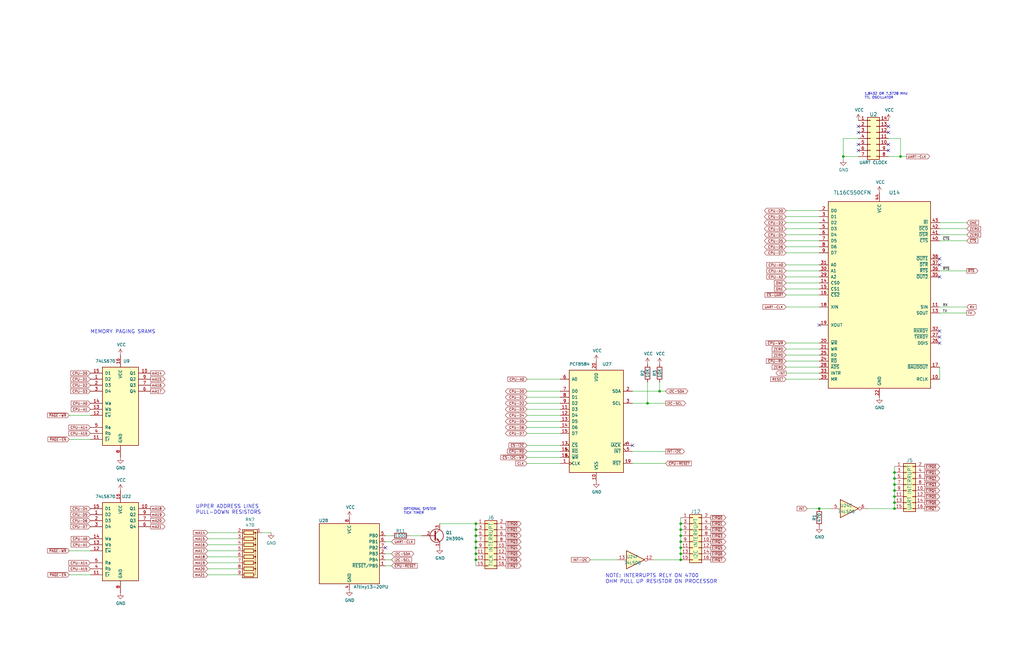
<source format=kicad_sch>
(kicad_sch (version 20211123) (generator eeschema)
  (paper "B")
  (lib_symbols
    (symbol "74xx:74LS06" (pin_names (offset 1.016))
      (property "Reference" "U" (at 0 1.27 0))
      (property "Value" "74LS06" (at 0 -1.27 0))
      (symbol "74LS06_1_0"
        (polyline (pts (xy -3.81 3.81) (xy -3.81 -3.81) (xy 3.81 0) (xy -3.81 3.81)) (stroke (width 0.254)) (fill (type background)))
        (pin input line (at -7.62 0 0) (length 3.81) (name "~") (number "1"))
        (pin open_collector inverted (at 7.62 0 180) (length 3.81) (name "~") (number "2"))
      )
      (symbol "74LS06_2_0"
        (polyline (pts (xy -3.81 3.81) (xy -3.81 -3.81) (xy 3.81 0) (xy -3.81 3.81)) (stroke (width 0.254)) (fill (type background)))
        (pin input line (at -7.62 0 0) (length 3.81) (name "~") (number "3"))
        (pin open_collector inverted (at 7.62 0 180) (length 3.81) (name "~") (number "4"))
      )
      (symbol "74LS06_3_0"
        (polyline (pts (xy -3.81 3.81) (xy -3.81 -3.81) (xy 3.81 0) (xy -3.81 3.81)) (stroke (width 0.254)) (fill (type background)))
        (pin input line (at -7.62 0 0) (length 3.81) (name "~") (number "5"))
        (pin open_collector inverted (at 7.62 0 180) (length 3.81) (name "~") (number "6"))
      )
      (symbol "74LS06_4_0"
        (polyline (pts (xy -3.81 3.81) (xy -3.81 -3.81) (xy 3.81 0) (xy -3.81 3.81)) (stroke (width 0.254)) (fill (type background)))
        (pin open_collector inverted (at 7.62 0 180) (length 3.81) (name "~") (number "8"))
        (pin input line (at -7.62 0 0) (length 3.81) (name "~") (number "9"))
      )
      (symbol "74LS06_5_0"
        (polyline (pts (xy -3.81 3.81) (xy -3.81 -3.81) (xy 3.81 0) (xy -3.81 3.81)) (stroke (width 0.254)) (fill (type background)))
        (pin open_collector inverted (at 7.62 0 180) (length 3.81) (name "~") (number "10"))
        (pin input line (at -7.62 0 0) (length 3.81) (name "~") (number "11"))
      )
      (symbol "74LS06_6_0"
        (polyline (pts (xy -3.81 3.81) (xy -3.81 -3.81) (xy 3.81 0) (xy -3.81 3.81)) (stroke (width 0.254)) (fill (type background)))
        (pin open_collector inverted (at 7.62 0 180) (length 3.81) (name "~") (number "12"))
        (pin input line (at -7.62 0 0) (length 3.81) (name "~") (number "13"))
      )
      (symbol "74LS06_7_0"
        (pin power_in line (at 0 12.7 270) (length 5.08) (name "VCC") (number "14"))
        (pin power_in line (at 0 -12.7 90) (length 5.08) (name "GND") (number "7"))
      )
      (symbol "74LS06_7_1"
        (rectangle (start -5.08 7.62) (end 5.08 -7.62) (stroke (width 0.254)) (fill (type background)))
      )
    )
    (symbol "74xx:74LS670" (pin_names (offset 1.016))
      (property "Reference" "U" (at -7.62 16.51 0))
      (property "Value" "74LS670" (at -7.62 -19.05 0))
      (symbol "74LS670_1_0"
        (pin input line (at -12.7 10.16 0) (length 5.08) (name "D2") (number "1"))
        (pin tri_state line (at 12.7 12.7 180) (length 5.08) (name "Q1") (number "10"))
        (pin input line (at -12.7 -15.24 0) (length 5.08) (name "~{Er}") (number "11"))
        (pin input line (at -12.7 -5.08 0) (length 5.08) (name "~{Ew}") (number "12"))
        (pin input line (at -12.7 -2.54 0) (length 5.08) (name "Wb") (number "13"))
        (pin input line (at -12.7 0 0) (length 5.08) (name "Wa") (number "14"))
        (pin input line (at -12.7 12.7 0) (length 5.08) (name "D1") (number "15"))
        (pin power_in line (at 0 20.32 270) (length 5.08) (name "VCC") (number "16"))
        (pin input line (at -12.7 7.62 0) (length 5.08) (name "D3") (number "2"))
        (pin input line (at -12.7 5.08 0) (length 5.08) (name "D4") (number "3"))
        (pin input line (at -12.7 -12.7 0) (length 5.08) (name "Rb") (number "4"))
        (pin input line (at -12.7 -10.16 0) (length 5.08) (name "Ra") (number "5"))
        (pin tri_state line (at 12.7 5.08 180) (length 5.08) (name "Q4") (number "6"))
        (pin tri_state line (at 12.7 7.62 180) (length 5.08) (name "Q3") (number "7"))
        (pin power_in line (at 0 -22.86 90) (length 5.08) (name "GND") (number "8"))
        (pin tri_state line (at 12.7 10.16 180) (length 5.08) (name "Q2") (number "9"))
      )
      (symbol "74LS670_1_1"
        (rectangle (start -7.62 15.24) (end 7.62 -17.78) (stroke (width 0.254)) (fill (type background)))
      )
    )
    (symbol "Connector_Generic:Conn_02x07_Counter_Clockwise" (pin_names (offset 1.016) hide)
      (property "Reference" "J" (at 1.27 10.16 0))
      (property "Value" "Conn_02x07_Counter_Clockwise" (at 1.27 -10.16 0))
      (symbol "Conn_02x07_Counter_Clockwise_1_1"
        (rectangle (start -1.27 -7.493) (end 0 -7.747) (stroke (width 0.1524)))
        (rectangle (start -1.27 -4.953) (end 0 -5.207) (stroke (width 0.1524)))
        (rectangle (start -1.27 -2.413) (end 0 -2.667) (stroke (width 0.1524)))
        (rectangle (start -1.27 0.127) (end 0 -0.127) (stroke (width 0.1524)))
        (rectangle (start -1.27 2.667) (end 0 2.413) (stroke (width 0.1524)))
        (rectangle (start -1.27 5.207) (end 0 4.953) (stroke (width 0.1524)))
        (rectangle (start -1.27 7.747) (end 0 7.493) (stroke (width 0.1524)))
        (rectangle (start -1.27 8.89) (end 3.81 -8.89) (stroke (width 0.254)) (fill (type background)))
        (rectangle (start 3.81 -7.493) (end 2.54 -7.747) (stroke (width 0.1524)))
        (rectangle (start 3.81 -4.953) (end 2.54 -5.207) (stroke (width 0.1524)))
        (rectangle (start 3.81 -2.413) (end 2.54 -2.667) (stroke (width 0.1524)))
        (rectangle (start 3.81 0.127) (end 2.54 -0.127) (stroke (width 0.1524)))
        (rectangle (start 3.81 2.667) (end 2.54 2.413) (stroke (width 0.1524)))
        (rectangle (start 3.81 5.207) (end 2.54 4.953) (stroke (width 0.1524)))
        (rectangle (start 3.81 7.747) (end 2.54 7.493) (stroke (width 0.1524)))
        (pin passive line (at -5.08 7.62 0) (length 3.81) (name "Pin_1") (number "1"))
        (pin passive line (at 7.62 -2.54 180) (length 3.81) (name "Pin_10") (number "10"))
        (pin passive line (at 7.62 0 180) (length 3.81) (name "Pin_11") (number "11"))
        (pin passive line (at 7.62 2.54 180) (length 3.81) (name "Pin_12") (number "12"))
        (pin passive line (at 7.62 5.08 180) (length 3.81) (name "Pin_13") (number "13"))
        (pin passive line (at 7.62 7.62 180) (length 3.81) (name "Pin_14") (number "14"))
        (pin passive line (at -5.08 5.08 0) (length 3.81) (name "Pin_2") (number "2"))
        (pin passive line (at -5.08 2.54 0) (length 3.81) (name "Pin_3") (number "3"))
        (pin passive line (at -5.08 0 0) (length 3.81) (name "Pin_4") (number "4"))
        (pin passive line (at -5.08 -2.54 0) (length 3.81) (name "Pin_5") (number "5"))
        (pin passive line (at -5.08 -5.08 0) (length 3.81) (name "Pin_6") (number "6"))
        (pin passive line (at -5.08 -7.62 0) (length 3.81) (name "Pin_7") (number "7"))
        (pin passive line (at 7.62 -7.62 180) (length 3.81) (name "Pin_8") (number "8"))
        (pin passive line (at 7.62 -5.08 180) (length 3.81) (name "Pin_9") (number "9"))
      )
    )
    (symbol "Connector_Generic:Conn_02x08_Odd_Even" (pin_names (offset 1.016) hide)
      (property "Reference" "J" (at 1.27 10.16 0))
      (property "Value" "Conn_02x08_Odd_Even" (at 1.27 -12.7 0))
      (symbol "Conn_02x08_Odd_Even_1_1"
        (rectangle (start -1.27 -10.033) (end 0 -10.287) (stroke (width 0.1524)))
        (rectangle (start -1.27 -7.493) (end 0 -7.747) (stroke (width 0.1524)))
        (rectangle (start -1.27 -4.953) (end 0 -5.207) (stroke (width 0.1524)))
        (rectangle (start -1.27 -2.413) (end 0 -2.667) (stroke (width 0.1524)))
        (rectangle (start -1.27 0.127) (end 0 -0.127) (stroke (width 0.1524)))
        (rectangle (start -1.27 2.667) (end 0 2.413) (stroke (width 0.1524)))
        (rectangle (start -1.27 5.207) (end 0 4.953) (stroke (width 0.1524)))
        (rectangle (start -1.27 7.747) (end 0 7.493) (stroke (width 0.1524)))
        (rectangle (start -1.27 8.89) (end 3.81 -11.43) (stroke (width 0.254)) (fill (type background)))
        (rectangle (start 3.81 -10.033) (end 2.54 -10.287) (stroke (width 0.1524)))
        (rectangle (start 3.81 -7.493) (end 2.54 -7.747) (stroke (width 0.1524)))
        (rectangle (start 3.81 -4.953) (end 2.54 -5.207) (stroke (width 0.1524)))
        (rectangle (start 3.81 -2.413) (end 2.54 -2.667) (stroke (width 0.1524)))
        (rectangle (start 3.81 0.127) (end 2.54 -0.127) (stroke (width 0.1524)))
        (rectangle (start 3.81 2.667) (end 2.54 2.413) (stroke (width 0.1524)))
        (rectangle (start 3.81 5.207) (end 2.54 4.953) (stroke (width 0.1524)))
        (rectangle (start 3.81 7.747) (end 2.54 7.493) (stroke (width 0.1524)))
        (pin passive line (at -5.08 7.62 0) (length 3.81) (name "Pin_1") (number "1"))
        (pin passive line (at 7.62 -2.54 180) (length 3.81) (name "Pin_10") (number "10"))
        (pin passive line (at -5.08 -5.08 0) (length 3.81) (name "Pin_11") (number "11"))
        (pin passive line (at 7.62 -5.08 180) (length 3.81) (name "Pin_12") (number "12"))
        (pin passive line (at -5.08 -7.62 0) (length 3.81) (name "Pin_13") (number "13"))
        (pin passive line (at 7.62 -7.62 180) (length 3.81) (name "Pin_14") (number "14"))
        (pin passive line (at -5.08 -10.16 0) (length 3.81) (name "Pin_15") (number "15"))
        (pin passive line (at 7.62 -10.16 180) (length 3.81) (name "Pin_16") (number "16"))
        (pin passive line (at 7.62 7.62 180) (length 3.81) (name "Pin_2") (number "2"))
        (pin passive line (at -5.08 5.08 0) (length 3.81) (name "Pin_3") (number "3"))
        (pin passive line (at 7.62 5.08 180) (length 3.81) (name "Pin_4") (number "4"))
        (pin passive line (at -5.08 2.54 0) (length 3.81) (name "Pin_5") (number "5"))
        (pin passive line (at 7.62 2.54 180) (length 3.81) (name "Pin_6") (number "6"))
        (pin passive line (at -5.08 0 0) (length 3.81) (name "Pin_7") (number "7"))
        (pin passive line (at 7.62 0 180) (length 3.81) (name "Pin_8") (number "8"))
        (pin passive line (at -5.08 -2.54 0) (length 3.81) (name "Pin_9") (number "9"))
      )
    )
    (symbol "Device:R" (pin_numbers hide) (pin_names (offset 0))
      (property "Reference" "R" (at 2.032 0 90))
      (property "Value" "R" (at 0 0 90))
      (symbol "R_0_1"
        (rectangle (start -1.016 -2.54) (end 1.016 2.54) (stroke (width 0.254)))
      )
      (symbol "R_1_1"
        (pin passive line (at 0 3.81 270) (length 1.27) (name "~") (number "1"))
        (pin passive line (at 0 -3.81 90) (length 1.27) (name "~") (number "2"))
      )
    )
    (symbol "Device:R_Network08" (pin_names (offset 0) hide)
      (property "Reference" "RN" (at -12.7 0 90))
      (property "Value" "R_Network08" (at 10.16 0 90))
      (symbol "R_Network08_0_1"
        (rectangle (start -11.43 -3.175) (end 8.89 3.175) (stroke (width 0.254)) (fill (type background)))
        (rectangle (start -10.922 1.524) (end -9.398 -2.54) (stroke (width 0.254)))
        (circle (center -10.16 2.286) (radius 0.254) (fill (type outline)))
        (rectangle (start -8.382 1.524) (end -6.858 -2.54) (stroke (width 0.254)))
        (circle (center -7.62 2.286) (radius 0.254) (fill (type outline)))
        (rectangle (start -5.842 1.524) (end -4.318 -2.54) (stroke (width 0.254)))
        (circle (center -5.08 2.286) (radius 0.254) (fill (type outline)))
        (rectangle (start -3.302 1.524) (end -1.778 -2.54) (stroke (width 0.254)))
        (circle (center -2.54 2.286) (radius 0.254) (fill (type outline)))
        (rectangle (start -0.762 1.524) (end 0.762 -2.54) (stroke (width 0.254)))
        (polyline (pts (xy -10.16 -2.54) (xy -10.16 -3.81)))
        (polyline (pts (xy -7.62 -2.54) (xy -7.62 -3.81)))
        (polyline (pts (xy -5.08 -2.54) (xy -5.08 -3.81)))
        (polyline (pts (xy -2.54 -2.54) (xy -2.54 -3.81)))
        (polyline (pts (xy 0 -2.54) (xy 0 -3.81)))
        (polyline (pts (xy 2.54 -2.54) (xy 2.54 -3.81)))
        (polyline (pts (xy 5.08 -2.54) (xy 5.08 -3.81)))
        (polyline (pts (xy 7.62 -2.54) (xy 7.62 -3.81)))
        (polyline (pts (xy -10.16 1.524) (xy -10.16 2.286) (xy -7.62 2.286) (xy -7.62 1.524)))
        (polyline (pts (xy -7.62 1.524) (xy -7.62 2.286) (xy -5.08 2.286) (xy -5.08 1.524)))
        (polyline (pts (xy -5.08 1.524) (xy -5.08 2.286) (xy -2.54 2.286) (xy -2.54 1.524)))
        (polyline (pts (xy -2.54 1.524) (xy -2.54 2.286) (xy 0 2.286) (xy 0 1.524)))
        (polyline (pts (xy 0 1.524) (xy 0 2.286) (xy 2.54 2.286) (xy 2.54 1.524)))
        (polyline (pts (xy 2.54 1.524) (xy 2.54 2.286) (xy 5.08 2.286) (xy 5.08 1.524)))
        (polyline (pts (xy 5.08 1.524) (xy 5.08 2.286) (xy 7.62 2.286) (xy 7.62 1.524)))
        (circle (center 0 2.286) (radius 0.254) (fill (type outline)))
        (rectangle (start 1.778 1.524) (end 3.302 -2.54) (stroke (width 0.254)))
        (circle (center 2.54 2.286) (radius 0.254) (fill (type outline)))
        (rectangle (start 4.318 1.524) (end 5.842 -2.54) (stroke (width 0.254)))
        (circle (center 5.08 2.286) (radius 0.254) (fill (type outline)))
        (rectangle (start 6.858 1.524) (end 8.382 -2.54) (stroke (width 0.254)))
      )
      (symbol "R_Network08_1_1"
        (pin passive line (at -10.16 5.08 270) (length 2.54) (name "common") (number "1"))
        (pin passive line (at -10.16 -5.08 90) (length 1.27) (name "R1") (number "2"))
        (pin passive line (at -7.62 -5.08 90) (length 1.27) (name "R2") (number "3"))
        (pin passive line (at -5.08 -5.08 90) (length 1.27) (name "R3") (number "4"))
        (pin passive line (at -2.54 -5.08 90) (length 1.27) (name "R4") (number "5"))
        (pin passive line (at 0 -5.08 90) (length 1.27) (name "R5") (number "6"))
        (pin passive line (at 2.54 -5.08 90) (length 1.27) (name "R6") (number "7"))
        (pin passive line (at 5.08 -5.08 90) (length 1.27) (name "R7") (number "8"))
        (pin passive line (at 7.62 -5.08 90) (length 1.27) (name "R8") (number "9"))
      )
    )
    (symbol "Interface_Expansion:PCF8584" (pin_names (offset 1.016))
      (property "Reference" "U" (at -11.43 22.86 0))
      (property "Value" "PCF8584" (at 3.81 22.86 0))
      (symbol "PCF8584_0_1"
        (rectangle (start -11.43 -21.59) (end 11.43 21.59) (stroke (width 0.254)) (fill (type background)))
      )
      (symbol "PCF8584_1_1"
        (pin input clock (at -15.24 -17.78 0) (length 3.81) (name "CLK") (number "1"))
        (pin power_in line (at 0 -25.4 90) (length 3.81) (name "VSS") (number "10"))
        (pin tri_state line (at -15.24 5.08 0) (length 3.81) (name "D3") (number "11"))
        (pin tri_state line (at -15.24 2.54 0) (length 3.81) (name "D4") (number "12"))
        (pin tri_state line (at -15.24 0 0) (length 3.81) (name "D5") (number "13"))
        (pin tri_state line (at -15.24 -2.54 0) (length 3.81) (name "D6") (number "14"))
        (pin tri_state line (at -15.24 -5.08 0) (length 3.81) (name "D7") (number "15"))
        (pin passive input_low (at -15.24 -12.7 0) (length 3.81) (name "~{RD}") (number "16"))
        (pin input input_low (at -15.24 -10.16 0) (length 3.81) (name "~{CS}") (number "17"))
        (pin input input_low (at -15.24 -15.24 0) (length 3.81) (name "~{WR}") (number "18"))
        (pin bidirectional line (at 15.24 -17.78 180) (length 3.81) (name "~{RST}") (number "19"))
        (pin bidirectional line (at 15.24 12.7 180) (length 3.81) (name "SDA") (number "2"))
        (pin power_in line (at 0 25.4 270) (length 3.81) (name "VDD") (number "20"))
        (pin bidirectional line (at 15.24 7.62 180) (length 3.81) (name "SCL") (number "3"))
        (pin input input_low (at 15.24 -10.16 180) (length 3.81) (name "~{IACK}") (number "4"))
        (pin output output_low (at 15.24 -12.7 180) (length 3.81) (name "~{INT}") (number "5"))
        (pin input line (at -15.24 17.78 0) (length 3.81) (name "A0") (number "6"))
        (pin tri_state line (at -15.24 12.7 0) (length 3.81) (name "D0") (number "7"))
        (pin tri_state line (at -15.24 10.16 0) (length 3.81) (name "D1") (number "8"))
        (pin tri_state line (at -15.24 7.62 0) (length 3.81) (name "D2") (number "9"))
      )
    )
    (symbol "MCU_Microchip_ATtiny:ATtiny13-20P"
      (property "Reference" "U" (at -12.7 13.97 0))
      (property "Value" "ATtiny13-20P" (at 2.54 -13.97 0))
      (symbol "ATtiny13-20P_0_1"
        (rectangle (start -12.7 -12.7) (end 12.7 12.7) (stroke (width 0.254)) (fill (type background)))
      )
      (symbol "ATtiny13-20P_1_1"
        (pin bidirectional line (at 15.24 -5.08 180) (length 2.54) (name "~{RESET}/PB5") (number "1"))
        (pin bidirectional line (at 15.24 0 180) (length 2.54) (name "PB3") (number "2"))
        (pin bidirectional line (at 15.24 -2.54 180) (length 2.54) (name "PB4") (number "3"))
        (pin power_in line (at 0 -15.24 90) (length 2.54) (name "GND") (number "4"))
        (pin bidirectional line (at 15.24 7.62 180) (length 2.54) (name "PB0") (number "5"))
        (pin bidirectional line (at 15.24 5.08 180) (length 2.54) (name "PB1") (number "6"))
        (pin bidirectional line (at 15.24 2.54 180) (length 2.54) (name "PB2") (number "7"))
        (pin power_in line (at 0 15.24 270) (length 2.54) (name "VCC") (number "8"))
      )
    )
    (symbol "TL16C550CFN:TL16C550CFN-Interface_UART" (pin_names (offset 1.016))
      (property "Reference" "U14" (at 6.35 43.18 0))
      (property "Value" "TL16C550CFN-Interface_UART" (at -11.43 43.18 0))
      (symbol "TL16C550CFN-Interface_UART_1_1"
        (rectangle (start -21.59 -39.37) (end 21.59 39.37) (stroke (width 0.254)) (fill (type background)))
        (pin no_connect line (at -13.97 -44.45 90) (length 5.08) hide (name "nc") (number "1"))
        (pin input line (at 25.4 -35.56 180) (length 3.81) (name "RCLK") (number "10"))
        (pin input line (at 25.4 -5.08 180) (length 3.81) (name "SIN") (number "11"))
        (pin no_connect line (at -11.43 -44.45 90) (length 5.08) hide (name "nc") (number "12"))
        (pin output line (at 25.4 -7.62 180) (length 3.81) (name "SOUT") (number "13"))
        (pin input line (at -25.4 5.08 0) (length 3.81) (name "CS0") (number "14"))
        (pin input line (at -25.4 2.54 0) (length 3.81) (name "CS1") (number "15"))
        (pin input line (at -25.4 0 0) (length 3.81) (name "~{CS2}") (number "16"))
        (pin output line (at 25.4 -30.48 180) (length 3.81) (name "~{BAUDOUT}") (number "17"))
        (pin input line (at -25.4 -5.08 0) (length 3.81) (name "XIN") (number "18"))
        (pin output line (at -25.4 -12.7 0) (length 3.81) (name "XOUT") (number "19"))
        (pin bidirectional line (at -25.4 35.56 0) (length 3.81) (name "D0") (number "2"))
        (pin input line (at -25.4 -20.32 0) (length 3.81) (name "~{WR}") (number "20"))
        (pin input line (at -25.4 -22.86 0) (length 3.81) (name "WR") (number "21"))
        (pin power_in line (at 0 -43.18 90) (length 3.81) (name "GND") (number "22"))
        (pin no_connect line (at -8.89 -44.45 90) (length 5.08) hide (name "nc") (number "23"))
        (pin input line (at -25.4 -27.94 0) (length 3.81) (name "~{RD}") (number "24"))
        (pin input line (at -25.4 -25.4 0) (length 3.81) (name "RD") (number "25"))
        (pin output line (at 25.4 -20.32 180) (length 3.81) (name "DDIS") (number "26"))
        (pin output line (at 25.4 -17.78 180) (length 3.81) (name "~{TXRDY}") (number "27"))
        (pin input line (at -25.4 -30.48 0) (length 3.81) (name "~{ADS}") (number "28"))
        (pin input line (at -25.4 7.62 0) (length 3.81) (name "A2") (number "29"))
        (pin bidirectional line (at -25.4 33.02 0) (length 3.81) (name "D1") (number "3"))
        (pin input line (at -25.4 10.16 0) (length 3.81) (name "A1") (number "30"))
        (pin input line (at -25.4 12.7 0) (length 3.81) (name "A0") (number "31"))
        (pin output line (at 25.4 -15.24 180) (length 3.81) (name "~{RXRDY}") (number "32"))
        (pin output line (at -25.4 -33.02 0) (length 3.81) (name "INTR") (number "33"))
        (pin no_connect line (at -6.35 -44.45 90) (length 5.08) hide (name "nc") (number "34"))
        (pin output line (at 25.4 7.62 180) (length 3.81) (name "~{OUT2}") (number "35"))
        (pin output line (at 25.4 10.16 180) (length 3.81) (name "~{RTS}") (number "36"))
        (pin output line (at 25.4 12.7 180) (length 3.81) (name "~{DTR}") (number "37"))
        (pin output line (at 25.4 15.24 180) (length 3.81) (name "~{OUT1}") (number "38"))
        (pin input line (at -25.4 -35.56 0) (length 3.81) (name "MR") (number "39"))
        (pin bidirectional line (at -25.4 30.48 0) (length 3.81) (name "D2") (number "4"))
        (pin input line (at 25.4 22.86 180) (length 3.81) (name "~{CTS}") (number "40"))
        (pin input line (at 25.4 25.4 180) (length 3.81) (name "~{DSR}") (number "41"))
        (pin input line (at 25.4 27.94 180) (length 3.81) (name "~{DCD}") (number "42"))
        (pin input line (at 25.4 30.48 180) (length 3.81) (name "~{RI}") (number "43"))
        (pin power_in line (at 0 43.18 270) (length 3.81) (name "VCC") (number "44"))
        (pin bidirectional line (at -25.4 27.94 0) (length 3.81) (name "D3") (number "5"))
        (pin bidirectional line (at -25.4 25.4 0) (length 3.81) (name "D4") (number "6"))
        (pin bidirectional line (at -25.4 22.86 0) (length 3.81) (name "D5") (number "7"))
        (pin bidirectional line (at -25.4 20.32 0) (length 3.81) (name "D6") (number "8"))
        (pin bidirectional line (at -25.4 17.78 0) (length 3.81) (name "D7") (number "9"))
      )
    )
    (symbol "Transistor_BJT:2N3904" (pin_names (offset 0) hide)
      (property "Reference" "Q" (at 5.08 1.905 0))
      (property "Value" "2N3904" (at 5.08 0 0))
      (symbol "2N3904_0_1"
        (polyline (pts (xy 0.635 0.635) (xy 2.54 2.54)))
        (polyline (pts (xy 0.635 -0.635) (xy 2.54 -2.54) (xy 2.54 -2.54)))
        (polyline (pts (xy 0.635 1.905) (xy 0.635 -1.905) (xy 0.635 -1.905)) (stroke (width 0.508)))
        (polyline (pts (xy 1.27 -1.778) (xy 1.778 -1.27) (xy 2.286 -2.286) (xy 1.27 -1.778) (xy 1.27 -1.778)) (fill (type outline)))
        (circle (center 1.27 0) (radius 2.8194) (stroke (width 0.254)))
      )
      (symbol "2N3904_1_1"
        (pin passive line (at 2.54 -5.08 90) (length 2.54) (name "E") (number "1"))
        (pin passive line (at -5.08 0 0) (length 5.715) (name "B") (number "2"))
        (pin passive line (at 2.54 5.08 270) (length 2.54) (name "C") (number "3"))
      )
    )
    (symbol "power:GND" (power) (pin_names (offset 0))
      (property "Value" "GND" (at 0 -3.81 0))
      (symbol "GND_0_1"
        (polyline (pts (xy 0 0) (xy 0 -1.27) (xy 1.27 -1.27) (xy 0 -2.54) (xy -1.27 -1.27) (xy 0 -1.27)))
      )
      (symbol "GND_1_1"
        (pin power_in line (at 0 0 270) (length 0) hide (name "GND") (number "1"))
      )
    )
    (symbol "power:VCC" (power) (pin_names (offset 0))
      (property "Value" "VCC" (at 0 3.81 0))
      (symbol "VCC_0_1"
        (polyline (pts (xy -0.762 1.27) (xy 0 2.54)))
        (polyline (pts (xy 0 0) (xy 0 2.54)))
        (polyline (pts (xy 0 2.54) (xy 0.762 1.27)))
      )
      (symbol "VCC_1_1"
        (pin power_in line (at 0 0 90) (length 0) hide (name "VCC") (number "1"))
      )
    )
  )
  (junction (at 200.66 220.98))
  (junction (at 287.02 231.14))
  (junction (at 377.19 204.47))
  (junction (at 377.19 209.55))
  (junction (at 287.02 226.06))
  (junction (at 200.66 231.14))
  (junction (at 377.19 212.09))
  (junction (at 278.13 165.1))
  (junction (at 200.66 233.68))
  (junction (at 200.66 226.06))
  (junction (at 200.66 236.22))
  (junction (at 273.05 170.18))
  (junction (at 355.6 66.04))
  (junction (at 287.02 236.22))
  (junction (at 287.02 228.6))
  (junction (at 345.44 214.63))
  (junction (at 377.19 207.01))
  (junction (at 287.02 223.52))
  (junction (at 287.02 220.98))
  (junction (at 377.19 201.93))
  (junction (at 377.19 199.39))
  (junction (at 200.66 228.6))
  (junction (at 287.02 233.68))
  (junction (at 379.73 66.04))
  (junction (at 377.19 214.63))
  (junction (at 200.66 223.52))
  (no_connect (at 374.65 55.88))
  (no_connect (at 266.7 187.96))
  (no_connect (at 361.95 60.96))
  (no_connect (at 396.24 111.76))
  (no_connect (at 396.24 109.22))
  (no_connect (at 374.65 63.5))
  (no_connect (at 345.44 137.16))
  (no_connect (at 162.56 231.14))
  (no_connect (at 361.95 63.5))
  (no_connect (at 396.24 116.84))
  (no_connect (at 396.24 144.78))
  (no_connect (at 361.95 55.88))
  (no_connect (at 374.65 60.96))
  (no_connect (at 374.65 53.34))
  (no_connect (at 396.24 142.24))
  (no_connect (at 361.95 53.34))
  (no_connect (at 396.24 139.7))
  (wire (pts (xy 345.44 154.94) (xy 331.47 154.94)))
  (wire (pts (xy 355.6 58.42) (xy 355.6 66.04)))
  (wire (pts (xy 377.19 212.09) (xy 377.19 209.55)))
  (wire (pts (xy 200.66 228.6) (xy 200.66 226.06)))
  (wire (pts (xy 200.66 231.14) (xy 200.66 228.6)))
  (wire (pts (xy 331.47 91.44) (xy 345.44 91.44)))
  (wire (pts (xy 200.66 223.52) (xy 200.66 220.98)))
  (wire (pts (xy 87.63 224.79) (xy 100.33 224.79)))
  (wire (pts (xy 287.02 226.06) (xy 287.02 223.52)))
  (wire (pts (xy 361.95 58.42) (xy 355.6 58.42)))
  (wire (pts (xy 407.67 101.6) (xy 396.24 101.6)))
  (wire (pts (xy 396.24 99.06) (xy 407.67 99.06)))
  (wire (pts (xy 407.67 132.08) (xy 396.24 132.08)))
  (wire (pts (xy 355.6 67.31) (xy 355.6 66.04)))
  (wire (pts (xy 287.02 231.14) (xy 287.02 228.6)))
  (wire (pts (xy 377.19 204.47) (xy 377.19 201.93)))
  (wire (pts (xy 236.22 190.5) (xy 222.25 190.5)))
  (wire (pts (xy 172.72 226.06) (xy 177.8 226.06)))
  (wire (pts (xy 200.66 233.68) (xy 200.66 231.14)))
  (wire (pts (xy 162.56 226.06) (xy 165.1 226.06)))
  (wire (pts (xy 331.47 104.14) (xy 345.44 104.14)))
  (wire (pts (xy 287.02 236.22) (xy 287.02 233.68)))
  (wire (pts (xy 236.22 193.04) (xy 222.25 193.04)))
  (wire (pts (xy 345.44 149.86) (xy 331.47 149.86)))
  (wire (pts (xy 273.05 161.29) (xy 273.05 170.18)))
  (wire (pts (xy 162.56 233.68) (xy 165.1 233.68)))
  (wire (pts (xy 350.52 214.63) (xy 345.44 214.63)))
  (wire (pts (xy 379.73 66.04) (xy 382.27 66.04)))
  (wire (pts (xy 377.19 199.39) (xy 377.19 196.85)))
  (wire (pts (xy 87.63 227.33) (xy 100.33 227.33)))
  (wire (pts (xy 29.21 185.42) (xy 38.1 185.42)))
  (wire (pts (xy 29.21 175.26) (xy 38.1 175.26)))
  (wire (pts (xy 87.63 237.49) (xy 100.33 237.49)))
  (wire (pts (xy 287.02 220.98) (xy 287.02 218.44)))
  (wire (pts (xy 236.22 187.96) (xy 222.25 187.96)))
  (wire (pts (xy 407.67 114.3) (xy 396.24 114.3)))
  (wire (pts (xy 355.6 66.04) (xy 361.95 66.04)))
  (wire (pts (xy 345.44 124.46) (xy 331.47 124.46)))
  (wire (pts (xy 222.25 172.72) (xy 236.22 172.72)))
  (wire (pts (xy 345.44 116.84) (xy 331.47 116.84)))
  (wire (pts (xy 379.73 58.42) (xy 379.73 66.04)))
  (wire (pts (xy 345.44 160.02) (xy 331.47 160.02)))
  (wire (pts (xy 331.47 96.52) (xy 345.44 96.52)))
  (wire (pts (xy 87.63 232.41) (xy 100.33 232.41)))
  (wire (pts (xy 345.44 147.32) (xy 331.47 147.32)))
  (wire (pts (xy 345.44 119.38) (xy 331.47 119.38)))
  (wire (pts (xy 331.47 93.98) (xy 345.44 93.98)))
  (wire (pts (xy 345.44 144.78) (xy 331.47 144.78)))
  (wire (pts (xy 266.7 165.1) (xy 278.13 165.1)))
  (wire (pts (xy 396.24 93.98) (xy 407.67 93.98)))
  (wire (pts (xy 266.7 170.18) (xy 273.05 170.18)))
  (wire (pts (xy 287.02 228.6) (xy 287.02 226.06)))
  (wire (pts (xy 377.19 209.55) (xy 377.19 207.01)))
  (wire (pts (xy 287.02 233.68) (xy 287.02 231.14)))
  (wire (pts (xy 280.67 195.58) (xy 266.7 195.58)))
  (wire (pts (xy 87.63 234.95) (xy 100.33 234.95)))
  (wire (pts (xy 331.47 88.9) (xy 345.44 88.9)))
  (wire (pts (xy 222.25 180.34) (xy 236.22 180.34)))
  (wire (pts (xy 200.66 238.76) (xy 200.66 236.22)))
  (wire (pts (xy 379.73 66.04) (xy 374.65 66.04)))
  (wire (pts (xy 162.56 236.22) (xy 165.1 236.22)))
  (wire (pts (xy 222.25 165.1) (xy 236.22 165.1)))
  (wire (pts (xy 377.19 207.01) (xy 377.19 204.47)))
  (wire (pts (xy 273.05 170.18) (xy 280.67 170.18)))
  (wire (pts (xy 345.44 121.92) (xy 331.47 121.92)))
  (wire (pts (xy 287.02 223.52) (xy 287.02 220.98)))
  (wire (pts (xy 374.65 58.42) (xy 379.73 58.42)))
  (wire (pts (xy 396.24 96.52) (xy 407.67 96.52)))
  (wire (pts (xy 185.42 220.98) (xy 200.66 220.98)))
  (wire (pts (xy 331.47 157.48) (xy 345.44 157.48)))
  (wire (pts (xy 222.25 167.64) (xy 236.22 167.64)))
  (wire (pts (xy 110.49 224.79) (xy 114.3 224.79)))
  (wire (pts (xy 222.25 175.26) (xy 236.22 175.26)))
  (wire (pts (xy 260.35 236.22) (xy 248.92 236.22)))
  (wire (pts (xy 87.63 242.57) (xy 100.33 242.57)))
  (wire (pts (xy 200.66 226.06) (xy 200.66 223.52)))
  (wire (pts (xy 280.67 190.5) (xy 266.7 190.5)))
  (wire (pts (xy 275.59 236.22) (xy 287.02 236.22)))
  (wire (pts (xy 345.44 114.3) (xy 331.47 114.3)))
  (wire (pts (xy 278.13 161.29) (xy 278.13 165.1)))
  (wire (pts (xy 162.56 238.76) (xy 165.1 238.76)))
  (wire (pts (xy 200.66 236.22) (xy 200.66 233.68)))
  (wire (pts (xy 331.47 99.06) (xy 345.44 99.06)))
  (wire (pts (xy 365.76 214.63) (xy 377.19 214.63)))
  (wire (pts (xy 222.25 182.88) (xy 236.22 182.88)))
  (wire (pts (xy 345.44 152.4) (xy 331.47 152.4)))
  (wire (pts (xy 29.21 232.41) (xy 38.1 232.41)))
  (wire (pts (xy 29.21 242.57) (xy 38.1 242.57)))
  (wire (pts (xy 87.63 240.03) (xy 100.33 240.03)))
  (wire (pts (xy 345.44 129.54) (xy 331.47 129.54)))
  (wire (pts (xy 236.22 195.58) (xy 222.25 195.58)))
  (wire (pts (xy 222.25 177.8) (xy 236.22 177.8)))
  (wire (pts (xy 331.47 106.68) (xy 345.44 106.68)))
  (wire (pts (xy 331.47 101.6) (xy 345.44 101.6)))
  (wire (pts (xy 162.56 228.6) (xy 165.1 228.6)))
  (wire (pts (xy 377.19 214.63) (xy 377.19 212.09)))
  (wire (pts (xy 278.13 165.1) (xy 280.67 165.1)))
  (wire (pts (xy 407.67 129.54) (xy 396.24 129.54)))
  (wire (pts (xy 345.44 214.63) (xy 340.36 214.63)))
  (wire (pts (xy 396.24 160.02) (xy 396.24 154.94)))
  (wire (pts (xy 222.25 170.18) (xy 236.22 170.18)))
  (wire (pts (xy 236.22 160.02) (xy 222.25 160.02)))
  (wire (pts (xy 87.63 229.87) (xy 100.33 229.87)))
  (wire (pts (xy 345.44 111.76) (xy 331.47 111.76)))
  (wire (pts (xy 377.19 201.93) (xy 377.19 199.39)))
  (text "UPPER ADDRESS LINES \nPULL-DOWN RESISTORS" (at 82.55 217.17 0) (effects (font (size 1.524 1.524)) (justify left bottom)))
  (text "MEMORY PAGING SRAMS" (at 38.1 140.97 0) (effects (font (size 1.524 1.524)) (justify left bottom)))
  (text "OPTIONAL SYSTEM\nTICK TIMER" (at 170.18 217.17 0) (effects (font (size 1.016 1.016)) (justify left bottom)))
  (text "1.8432 OR 7.3728 MHz\nTTL OSCILLATOR" (at 364.49 41.91 0) (effects (font (size 1.016 1.016)) (justify left bottom)))
  (text "NOTE: INTERRUPTS RELY ON 4700 \nOHM PULL UP RESISTOR ON PROCESSOR" (at 255.27 246.38 0) (effects (font (size 1.524 1.524)) (justify left bottom)))
  (label "~{CTS}" (at 397.51 101.6 0) (effects (font (size 1.016 1.016))))
  (label "RX" (at 397.51 129.54 0) (effects (font (size 1.016 1.016))))
  (label "~{RTS}" (at 397.51 114.3 0) (effects (font (size 1.016 1.016))))
  (label "TX" (at 397.51 132.08 0) (effects (font (size 1.016 1.016))))
  (global_label "~{EIRQ7}" (shape output) (at 299.72 236.22 0) (effects (font (size 1.016 1.016))) (property "Intersheet References" "${INTERSHEET_REFS}" (effects hide)))
  (global_label "~{EIRQ1}" (shape output) (at 389.89 199.39 0) (effects (font (size 1.016 1.016))) (property "Intersheet References" "${INTERSHEET_REFS}" (effects hide)))
  (global_label "~{EIRQ0}" (shape output) (at 389.89 196.85 0) (effects (font (size 1.016 1.016))) (property "Intersheet References" "${INTERSHEET_REFS}" (effects hide)))
  (global_label "~{EIRQ1}" (shape output) (at 299.72 220.98 0) (effects (font (size 1.016 1.016))) (property "Intersheet References" "${INTERSHEET_REFS}" (effects hide)))
  (global_label "mA18" (shape output) (at 63.5 214.63 0) (effects (font (size 1.016 1.016))) (property "Intersheet References" "${INTERSHEET_REFS}" (effects hide)))
  (global_label "~{EIRQ6}" (shape output) (at 213.36 236.22 0) (effects (font (size 1.016 1.016))) (property "Intersheet References" "${INTERSHEET_REFS}" (effects hide)))
  (global_label "mA21" (shape output) (at 63.5 222.25 0) (effects (font (size 1.016 1.016))) (property "Intersheet References" "${INTERSHEET_REFS}" (effects hide)))
  (global_label "CPU-D5" (shape bidirectional) (at 222.25 177.8 180) (effects (font (size 1.016 1.016))) (property "Intersheet References" "${INTERSHEET_REFS}" (effects hide)))
  (global_label "~{EIRQ2}" (shape output) (at 299.72 223.52 0) (effects (font (size 1.016 1.016))) (property "Intersheet References" "${INTERSHEET_REFS}" (effects hide)))
  (global_label "~{CTS}" (shape input) (at 407.67 101.6 0) (effects (font (size 1.016 1.016))) (property "Intersheet References" "${INTERSHEET_REFS}" (effects hide)))
  (global_label "CPU-D5" (shape input) (at 38.1 217.17 180) (effects (font (size 1.016 1.016))) (property "Intersheet References" "${INTERSHEET_REFS}" (effects hide)))
  (global_label "~{CPU-RESET}" (shape input) (at 280.67 195.58 0) (effects (font (size 1.016 1.016))) (property "Intersheet References" "${INTERSHEET_REFS}" (effects hide)))
  (global_label "CPU-D3" (shape bidirectional) (at 331.47 96.52 180) (effects (font (size 1.016 1.016))) (property "Intersheet References" "${INTERSHEET_REFS}" (effects hide)))
  (global_label "CPU-A1" (shape input) (at 38.1 229.87 180) (effects (font (size 1.016 1.016))) (property "Intersheet References" "${INTERSHEET_REFS}" (effects hide)))
  (global_label "CPU-A0" (shape input) (at 38.1 227.33 180) (effects (font (size 1.016 1.016))) (property "Intersheet References" "${INTERSHEET_REFS}" (effects hide)))
  (global_label "CPU-D6" (shape bidirectional) (at 222.25 180.34 180) (effects (font (size 1.016 1.016))) (property "Intersheet References" "${INTERSHEET_REFS}" (effects hide)))
  (global_label "ZERO" (shape input) (at 331.47 154.94 180) (effects (font (size 1.016 1.016))) (property "Intersheet References" "${INTERSHEET_REFS}" (effects hide)))
  (global_label "mA20" (shape input) (at 87.63 240.03 180) (effects (font (size 1.016 1.016))) (property "Intersheet References" "${INTERSHEET_REFS}" (effects hide)))
  (global_label "CPU-A1" (shape input) (at 331.47 114.3 180) (effects (font (size 1.016 1.016))) (property "Intersheet References" "${INTERSHEET_REFS}" (effects hide)))
  (global_label "I2C-SDA" (shape bidirectional) (at 165.1 233.68 0) (effects (font (size 1.016 1.016))) (property "Intersheet References" "${INTERSHEET_REFS}" (effects hide)))
  (global_label "ONE" (shape input) (at 331.47 119.38 180) (effects (font (size 1.016 1.016))) (property "Intersheet References" "${INTERSHEET_REFS}" (effects hide)))
  (global_label "~{EIRQ5}" (shape output) (at 213.36 233.68 0) (effects (font (size 1.016 1.016))) (property "Intersheet References" "${INTERSHEET_REFS}" (effects hide)))
  (global_label "ZERO" (shape input) (at 407.67 96.52 0) (effects (font (size 1.016 1.016))) (property "Intersheet References" "${INTERSHEET_REFS}" (effects hide)))
  (global_label "INT" (shape output) (at 331.47 157.48 180) (effects (font (size 1.016 1.016))) (property "Intersheet References" "${INTERSHEET_REFS}" (effects hide)))
  (global_label "mA17" (shape output) (at 63.5 165.1 0) (effects (font (size 1.016 1.016))) (property "Intersheet References" "${INTERSHEET_REFS}" (effects hide)))
  (global_label "CPU-A1" (shape input) (at 38.1 172.72 180) (effects (font (size 1.016 1.016))) (property "Intersheet References" "${INTERSHEET_REFS}" (effects hide)))
  (global_label "~{RTS}" (shape output) (at 407.67 114.3 0) (effects (font (size 1.016 1.016))) (property "Intersheet References" "${INTERSHEET_REFS}" (effects hide)))
  (global_label "ZERO" (shape input) (at 331.47 149.86 180) (effects (font (size 1.016 1.016))) (property "Intersheet References" "${INTERSHEET_REFS}" (effects hide)))
  (global_label "mA15" (shape output) (at 63.5 160.02 0) (effects (font (size 1.016 1.016))) (property "Intersheet References" "${INTERSHEET_REFS}" (effects hide)))
  (global_label "ZERO" (shape input) (at 331.47 147.32 180) (effects (font (size 1.016 1.016))) (property "Intersheet References" "${INTERSHEET_REFS}" (effects hide)))
  (global_label "CPU-D4" (shape input) (at 38.1 214.63 180) (effects (font (size 1.016 1.016))) (property "Intersheet References" "${INTERSHEET_REFS}" (effects hide)))
  (global_label "~{EIRQ2}" (shape output) (at 213.36 226.06 0) (effects (font (size 1.016 1.016))) (property "Intersheet References" "${INTERSHEET_REFS}" (effects hide)))
  (global_label "mA14" (shape output) (at 63.5 157.48 0) (effects (font (size 1.016 1.016))) (property "Intersheet References" "${INTERSHEET_REFS}" (effects hide)))
  (global_label "mA14" (shape input) (at 87.63 224.79 180) (effects (font (size 1.016 1.016))) (property "Intersheet References" "${INTERSHEET_REFS}" (effects hide)))
  (global_label "~{EIRQ4}" (shape output) (at 213.36 231.14 0) (effects (font (size 1.016 1.016))) (property "Intersheet References" "${INTERSHEET_REFS}" (effects hide)))
  (global_label "INT" (shape input) (at 340.36 214.63 180) (effects (font (size 1.016 1.016))) (property "Intersheet References" "${INTERSHEET_REFS}" (effects hide)))
  (global_label "CPU-A15" (shape input) (at 38.1 240.03 180) (effects (font (size 1.016 1.016))) (property "Intersheet References" "${INTERSHEET_REFS}" (effects hide)))
  (global_label "~{CPU-RD}" (shape input) (at 331.47 152.4 180) (effects (font (size 1.016 1.016))) (property "Intersheet References" "${INTERSHEET_REFS}" (effects hide)))
  (global_label "CPU-D2" (shape bidirectional) (at 222.25 170.18 180) (effects (font (size 1.016 1.016))) (property "Intersheet References" "${INTERSHEET_REFS}" (effects hide)))
  (global_label "~{PAGE-WR}" (shape input) (at 29.21 232.41 180) (effects (font (size 1.016 1.016))) (property "Intersheet References" "${INTERSHEET_REFS}" (effects hide)))
  (global_label "CPU-D4" (shape bidirectional) (at 331.47 99.06 180) (effects (font (size 1.016 1.016))) (property "Intersheet References" "${INTERSHEET_REFS}" (effects hide)))
  (global_label "~{EIRQ1}" (shape output) (at 213.36 223.52 0) (effects (font (size 1.016 1.016))) (property "Intersheet References" "${INTERSHEET_REFS}" (effects hide)))
  (global_label "CPU-D2" (shape bidirectional) (at 331.47 93.98 180) (effects (font (size 1.016 1.016))) (property "Intersheet References" "${INTERSHEET_REFS}" (effects hide)))
  (global_label "~{EIRQ2}" (shape output) (at 389.89 201.93 0) (effects (font (size 1.016 1.016))) (property "Intersheet References" "${INTERSHEET_REFS}" (effects hide)))
  (global_label "~{PAGE-WR}" (shape input) (at 29.21 175.26 180) (effects (font (size 1.016 1.016))) (property "Intersheet References" "${INTERSHEET_REFS}" (effects hide)))
  (global_label "mA19" (shape input) (at 87.63 237.49 180) (effects (font (size 1.016 1.016))) (property "Intersheet References" "${INTERSHEET_REFS}" (effects hide)))
  (global_label "CPU-D2" (shape input) (at 38.1 162.56 180) (effects (font (size 1.016 1.016))) (property "Intersheet References" "${INTERSHEET_REFS}" (effects hide)))
  (global_label "~{EIRQ0}" (shape output) (at 299.72 218.44 0) (effects (font (size 1.016 1.016))) (property "Intersheet References" "${INTERSHEET_REFS}" (effects hide)))
  (global_label "CPU-A0" (shape input) (at 38.1 170.18 180) (effects (font (size 1.016 1.016))) (property "Intersheet References" "${INTERSHEET_REFS}" (effects hide)))
  (global_label "CPU-A0" (shape input) (at 331.47 111.76 180) (effects (font (size 1.016 1.016))) (property "Intersheet References" "${INTERSHEET_REFS}" (effects hide)))
  (global_label "ONE" (shape input) (at 331.47 121.92 180) (effects (font (size 1.016 1.016))) (property "Intersheet References" "${INTERSHEET_REFS}" (effects hide)))
  (global_label "CPU-A2" (shape input) (at 331.47 116.84 180) (effects (font (size 1.016 1.016))) (property "Intersheet References" "${INTERSHEET_REFS}" (effects hide)))
  (global_label "CPU-D7" (shape bidirectional) (at 222.25 182.88 180) (effects (font (size 1.016 1.016))) (property "Intersheet References" "${INTERSHEET_REFS}" (effects hide)))
  (global_label "mA17" (shape input) (at 87.63 232.41 180) (effects (font (size 1.016 1.016))) (property "Intersheet References" "${INTERSHEET_REFS}" (effects hide)))
  (global_label "CPU-D3" (shape bidirectional) (at 222.25 172.72 180) (effects (font (size 1.016 1.016))) (property "Intersheet References" "${INTERSHEET_REFS}" (effects hide)))
  (global_label "~{EIRQ6}" (shape output) (at 299.72 233.68 0) (effects (font (size 1.016 1.016))) (property "Intersheet References" "${INTERSHEET_REFS}" (effects hide)))
  (global_label "RESET" (shape input) (at 331.47 160.02 180) (effects (font (size 1.016 1.016))) (property "Intersheet References" "${INTERSHEET_REFS}" (effects hide)))
  (global_label "CPU-D0" (shape input) (at 38.1 157.48 180) (effects (font (size 1.016 1.016))) (property "Intersheet References" "${INTERSHEET_REFS}" (effects hide)))
  (global_label "CPU-D6" (shape bidirectional) (at 331.47 104.14 180) (effects (font (size 1.016 1.016))) (property "Intersheet References" "${INTERSHEET_REFS}" (effects hide)))
  (global_label "mA16" (shape input) (at 87.63 229.87 180) (effects (font (size 1.016 1.016))) (property "Intersheet References" "${INTERSHEET_REFS}" (effects hide)))
  (global_label "INT-I2C" (shape input) (at 248.92 236.22 180) (effects (font (size 1.016 1.016))) (property "Intersheet References" "${INTERSHEET_REFS}" (effects hide)))
  (global_label "CPU-A14" (shape input) (at 38.1 237.49 180) (effects (font (size 1.016 1.016))) (property "Intersheet References" "${INTERSHEET_REFS}" (effects hide)))
  (global_label "~{EIRQ5}" (shape output) (at 299.72 231.14 0) (effects (font (size 1.016 1.016))) (property "Intersheet References" "${INTERSHEET_REFS}" (effects hide)))
  (global_label "~{EIRQ7}" (shape output) (at 389.89 214.63 0) (effects (font (size 1.016 1.016))) (property "Intersheet References" "${INTERSHEET_REFS}" (effects hide)))
  (global_label "I2C-SDA" (shape bidirectional) (at 280.67 165.1 0) (effects (font (size 1.016 1.016))) (property "Intersheet References" "${INTERSHEET_REFS}" (effects hide)))
  (global_label "CPU-A0" (shape input) (at 222.25 160.02 180) (effects (font (size 1.016 1.016))) (property "Intersheet References" "${INTERSHEET_REFS}" (effects hide)))
  (global_label "CPU-D7" (shape input) (at 38.1 222.25 180) (effects (font (size 1.016 1.016))) (property "Intersheet References" "${INTERSHEET_REFS}" (effects hide)))
  (global_label "~{CPU-RD}" (shape input) (at 222.25 190.5 180) (effects (font (size 1.016 1.016))) (property "Intersheet References" "${INTERSHEET_REFS}" (effects hide)))
  (global_label "~{EIRQ3}" (shape output) (at 213.36 228.6 0) (effects (font (size 1.016 1.016))) (property "Intersheet References" "${INTERSHEET_REFS}" (effects hide)))
  (global_label "UART-CLK" (shape input) (at 331.47 129.54 180) (effects (font (size 1.016 1.016))) (property "Intersheet References" "${INTERSHEET_REFS}" (effects hide)))
  (global_label "~{INT-I2C}" (shape output) (at 280.67 190.5 0) (effects (font (size 1.016 1.016))) (property "Intersheet References" "${INTERSHEET_REFS}" (effects hide)))
  (global_label "~{EIRQ3}" (shape output) (at 299.72 226.06 0) (effects (font (size 1.016 1.016))) (property "Intersheet References" "${INTERSHEET_REFS}" (effects hide)))
  (global_label "~{PAGE-EN}" (shape input) (at 29.21 185.42 180) (effects (font (size 1.016 1.016))) (property "Intersheet References" "${INTERSHEET_REFS}" (effects hide)))
  (global_label "~{CPU-WR}" (shape input) (at 331.47 144.78 180) (effects (font (size 1.016 1.016))) (property "Intersheet References" "${INTERSHEET_REFS}" (effects hide)))
  (global_label "~{PAGE-EN}" (shape input) (at 29.21 242.57 180) (effects (font (size 1.016 1.016))) (property "Intersheet References" "${INTERSHEET_REFS}" (effects hide)))
  (global_label "ONE" (shape input) (at 407.67 93.98 0) (effects (font (size 1.016 1.016))) (property "Intersheet References" "${INTERSHEET_REFS}" (effects hide)))
  (global_label "mA20" (shape output) (at 63.5 219.71 0) (effects (font (size 1.016 1.016))) (property "Intersheet References" "${INTERSHEET_REFS}" (effects hide)))
  (global_label "UART-CLK" (shape input) (at 165.1 228.6 0) (effects (font (size 1.016 1.016))) (property "Intersheet References" "${INTERSHEET_REFS}" (effects hide)))
  (global_label "CPU-D4" (shape bidirectional) (at 222.25 175.26 180) (effects (font (size 1.016 1.016))) (property "Intersheet References" "${INTERSHEET_REFS}" (effects hide)))
  (global_label "CPU-D0" (shape bidirectional) (at 222.25 165.1 180) (effects (font (size 1.016 1.016))) (property "Intersheet References" "${INTERSHEET_REFS}" (effects hide)))
  (global_label "mA21" (shape input) (at 87.63 242.57 180) (effects (font (size 1.016 1.016))) (property "Intersheet References" "${INTERSHEET_REFS}" (effects hide)))
  (global_label "TX" (shape output) (at 407.67 132.08 0) (effects (font (size 1.016 1.016))) (property "Intersheet References" "${INTERSHEET_REFS}" (effects hide)))
  (global_label "~{EIRQ4}" (shape output) (at 299.72 228.6 0) (effects (font (size 1.016 1.016))) (property "Intersheet References" "${INTERSHEET_REFS}" (effects hide)))
  (global_label "CPU-D0" (shape bidirectional) (at 331.47 88.9 180) (effects (font (size 1.016 1.016))) (property "Intersheet References" "${INTERSHEET_REFS}" (effects hide)))
  (global_label "CPU-D1" (shape bidirectional) (at 222.25 167.64 180) (effects (font (size 1.016 1.016))) (property "Intersheet References" "${INTERSHEET_REFS}" (effects hide)))
  (global_label "~{EIRQ7}" (shape output) (at 213.36 238.76 0) (effects (font (size 1.016 1.016))) (property "Intersheet References" "${INTERSHEET_REFS}" (effects hide)))
  (global_label "mA18" (shape input) (at 87.63 234.95 180) (effects (font (size 1.016 1.016))) (property "Intersheet References" "${INTERSHEET_REFS}" (effects hide)))
  (global_label "UART-CLK" (shape output) (at 382.27 66.04 0) (effects (font (size 1.016 1.016))) (property "Intersheet References" "${INTERSHEET_REFS}" (effects hide)))
  (global_label "~{CS-UART}" (shape input) (at 331.47 124.46 180) (effects (font (size 1.016 1.016))) (property "Intersheet References" "${INTERSHEET_REFS}" (effects hide)))
  (global_label "CPU-D1" (shape input) (at 38.1 160.02 180) (effects (font (size 1.016 1.016))) (property "Intersheet References" "${INTERSHEET_REFS}" (effects hide)))
  (global_label "ZERO" (shape input) (at 407.67 99.06 0) (effects (font (size 1.016 1.016))) (property "Intersheet References" "${INTERSHEET_REFS}" (effects hide)))
  (global_label "~{CPU-RESET}" (shape input) (at 165.1 238.76 0) (effects (font (size 1.016 1.016))) (property "Intersheet References" "${INTERSHEET_REFS}" (effects hide)))
  (global_label "I2C-SCL" (shape output) (at 280.67 170.18 0) (effects (font (size 1.016 1.016))) (property "Intersheet References" "${INTERSHEET_REFS}" (effects hide)))
  (global_label "CLK" (shape input) (at 222.25 195.58 180) (effects (font (size 1.016 1.016))) (property "Intersheet References" "${INTERSHEET_REFS}" (effects hide)))
  (global_label "I2C-SCL" (shape input) (at 165.1 236.22 0) (effects (font (size 1.016 1.016))) (property "Intersheet References" "${INTERSHEET_REFS}" (effects hide)))
  (global_label "CPU-D5" (shape bidirectional) (at 331.47 101.6 180) (effects (font (size 1.016 1.016))) (property "Intersheet References" "${INTERSHEET_REFS}" (effects hide)))
  (global_label "CPU-A15" (shape input) (at 38.1 182.88 180) (effects (font (size 1.016 1.016))) (property "Intersheet References" "${INTERSHEET_REFS}" (effects hide)))
  (global_label "~{CS-I2C-WR}" (shape input) (at 222.25 193.04 180) (effects (font (size 1.016 1.016))) (property "Intersheet References" "${INTERSHEET_REFS}" (effects hide)))
  (global_label "mA16" (shape output) (at 63.5 162.56 0) (effects (font (size 1.016 1.016))) (property "Intersheet References" "${INTERSHEET_REFS}" (effects hide)))
  (global_label "~{EIRQ0}" (shape output) (at 213.36 220.98 0) (effects (font (size 1.016 1.016))) (property "Intersheet References" "${INTERSHEET_REFS}" (effects hide)))
  (global_label "~{EIRQ6}" (shape output) (at 389.89 212.09 0) (effects (font (size 1.016 1.016))) (property "Intersheet References" "${INTERSHEET_REFS}" (effects hide)))
  (global_label "CPU-D7" (shape bidirectional) (at 331.47 106.68 180) (effects (font (size 1.016 1.016))) (property "Intersheet References" "${INTERSHEET_REFS}" (effects hide)))
  (global_label "mA15" (shape input) (at 87.63 227.33 180) (effects (font (size 1.016 1.016))) (property "Intersheet References" "${INTERSHEET_REFS}" (effects hide)))
  (global_label "CPU-D3" (shape input) (at 38.1 165.1 180) (effects (font (size 1.016 1.016))) (property "Intersheet References" "${INTERSHEET_REFS}" (effects hide)))
  (global_label "CPU-D1" (shape bidirectional) (at 331.47 91.44 180) (effects (font (size 1.016 1.016))) (property "Intersheet References" "${INTERSHEET_REFS}" (effects hide)))
  (global_label "RX" (shape input) (at 407.67 129.54 0) (effects (font (size 1.016 1.016))) (property "Intersheet References" "${INTERSHEET_REFS}" (effects hide)))
  (global_label "CPU-D6" (shape input) (at 38.1 219.71 180) (effects (font (size 1.016 1.016))) (property "Intersheet References" "${INTERSHEET_REFS}" (effects hide)))
  (global_label "~{CS-I2C}" (shape input) (at 222.25 187.96 180) (effects (font (size 1.016 1.016))) (property "Intersheet References" "${INTERSHEET_REFS}" (effects hide)))
  (global_label "~{EIRQ5}" (shape output) (at 389.89 209.55 0) (effects (font (size 1.016 1.016))) (property "Intersheet References" "${INTERSHEET_REFS}" (effects hide)))
  (global_label "mA19" (shape output) (at 63.5 217.17 0) (effects (font (size 1.016 1.016))) (property "Intersheet References" "${INTERSHEET_REFS}" (effects hide)))
  (global_label "~{EIRQ3}" (shape output) (at 389.89 204.47 0) (effects (font (size 1.016 1.016))) (property "Intersheet References" "${INTERSHEET_REFS}" (effects hide)))
  (global_label "~{EIRQ4}" (shape output) (at 389.89 207.01 0) (effects (font (size 1.016 1.016))) (property "Intersheet References" "${INTERSHEET_REFS}" (effects hide)))
  (global_label "CPU-A14" (shape input) (at 38.1 180.34 180) (effects (font (size 1.016 1.016))) (property "Intersheet References" "${INTERSHEET_REFS}" (effects hide)))
  (symbol (lib_id "power:GND") (at 114.3 224.79 0) (unit 1)
    (property "Reference" "#PWR0161" (effects hide))
    (property "Value" "GND" (at 114.427 229.1842 0))
  )
  (symbol (lib_id "74xx:74LS670") (at 50.8 170.18 0) (unit 1)
    (property "Reference" "U9" (at 53.34 152.4 0))
    (property "Value" "74LS670" (at 44.45 152.4 0))
    (property "Footprint" "Package_DIP:DIP-16_W7.62mm" (effects hide))
    (property "Datasheet" "http://www.ti.com/lit/gpn/sn74LS670" (effects hide))
  )
  (symbol (lib_id "74xx:74LS670") (at 50.8 227.33 0) (unit 1)
    (property "Reference" "U22" (at 53.34 209.55 0))
    (property "Value" "74LS670" (at 44.45 209.55 0))
    (property "Footprint" "Package_DIP:DIP-16_W7.62mm" (effects hide))
    (property "Datasheet" "http://www.ti.com/lit/gpn/sn74LS670" (effects hide))
  )
  (symbol (lib_id "power:VCC") (at 50.8 149.86 0) (unit 1)
    (property "Reference" "#PWR08" (effects hide))
    (property "Value" "VCC" (at 51.181 145.4658 0))
  )
  (symbol (lib_id "power:GND") (at 50.8 193.04 0) (unit 1)
    (property "Reference" "#PWR0160" (effects hide))
    (property "Value" "GND" (at 50.927 197.4342 0))
  )
  (symbol (lib_id "power:GND") (at 50.8 250.19 0) (unit 1)
    (property "Reference" "#PWR019" (effects hide))
    (property "Value" "GND" (at 50.927 254.5842 0))
  )
  (symbol (lib_id "power:VCC") (at 50.8 207.01 0) (unit 1)
    (property "Reference" "#PWR0162" (effects hide))
    (property "Value" "VCC" (at 51.181 202.6158 0))
  )
  (symbol (lib_id "Device:R_Network08") (at 105.41 234.95 270) (unit 1)
    (property "Reference" "RN7" (at 105.41 219.2782 90))
    (property "Value" "470" (at 105.41 221.5896 90))
    (property "Footprint" "Resistor_THT:R_Array_SIP9" (effects hide))
    (property "Datasheet" "http://www.vishay.com/docs/31509/csc.pdf" (effects hide))
  )
  (symbol (lib_id "TL16C550CFN:TL16C550CFN-Interface_UART") (at 370.84 124.46 0) (unit 1)
    (property "Reference" "U14" (at 377.19 81.28 0) (effects (font (size 1.524 1.524))))
    (property "Value" "TL16C550CFN" (at 359.41 81.28 0) (effects (font (size 1.524 1.524))))
    (property "Footprint" "Package_LCC:PLCC-44_THT-Socket" (effects hide))
  )
  (symbol (lib_id "Connector_Generic:Conn_02x07_Counter_Clockwise") (at 367.03 58.42 0) (unit 1)
    (property "Reference" "U2" (at 368.3 48.26 0) (effects (font (size 1.524 1.524))))
    (property "Value" "UART CLOCK" (at 368.3 68.58 0))
    (property "Footprint" "Package_DIP:DIP-14_W7.62mm" (effects hide))
  )
  (symbol (lib_id "power:GND") (at 355.6 67.31 0) (unit 1)
    (property "Reference" "#PWR06" (effects hide))
    (property "Value" "GND" (at 355.727 71.7042 0))
  )
  (symbol (lib_id "power:VCC") (at 361.95 50.8 0) (unit 1)
    (property "Reference" "#PWR04" (effects hide))
    (property "Value" "VCC" (at 362.331 46.4058 0))
  )
  (symbol (lib_id "power:VCC") (at 374.65 50.8 0) (unit 1)
    (property "Reference" "#PWR05" (effects hide))
    (property "Value" "VCC" (at 375.031 46.4058 0))
  )
  (symbol (lib_id "power:VCC") (at 370.84 81.28 0) (unit 1)
    (property "Reference" "#PWR012" (effects hide))
    (property "Value" "VCC" (at 371.221 76.8858 0))
  )
  (symbol (lib_id "power:GND") (at 370.84 167.64 0) (unit 1)
    (property "Reference" "#PWR015" (effects hide))
    (property "Value" "GND" (at 370.967 172.0342 0))
  )
  (symbol (lib_id "74xx:74LS06") (at 358.14 214.63 0) (unit 3)
    (property "Reference" "U24" (at 356.87 213.36 0))
    (property "Value" "74LS06" (at 356.87 215.9 0))
    (property "Datasheet" "http://www.ti.com/lit/gpn/sn74LS06" (effects hide))
  )
  (symbol (lib_id "Device:R") (at 345.44 218.44 180) (unit 1)
    (property "Reference" "R1" (at 343.408 218.44 90))
    (property "Value" "470" (at 345.44 218.44 90))
    (property "Footprint" "Resistor_THT:R_Axial_DIN0207_L6.3mm_D2.5mm_P7.62mm_Horizontal" (effects hide))
  )
  (symbol (lib_id "power:GND") (at 345.44 222.25 0) (unit 1)
    (property "Reference" "#PWR0108" (effects hide))
    (property "Value" "GND" (at 345.567 226.6442 0))
  )
  (symbol (lib_id "Connector_Generic:Conn_02x08_Odd_Even") (at 382.27 204.47 0) (unit 1)
    (property "Reference" "J5" (at 383.54 194.31 0) (effects (font (size 1.524 1.524))))
    (property "Value" "UART INTERRUPT" (at 383.54 205.74 90) (effects (font (size 1.524 1.524))))
    (property "Footprint" "Connector_PinHeader_2.54mm:PinHeader_2x08_P2.54mm_Vertical" (effects hide))
  )
  (symbol (lib_id "Device:R") (at 168.91 226.06 90) (unit 1)
    (property "Reference" "R11" (at 168.91 224.028 90))
    (property "Value" "1000" (at 168.91 226.06 90))
    (property "Footprint" "Resistor_THT:R_Axial_DIN0207_L6.3mm_D2.5mm_P7.62mm_Horizontal" (effects hide))
  )
  (symbol (lib_id "power:VCC") (at 273.05 153.67 0) (unit 1)
    (property "Reference" "#PWR022" (effects hide))
    (property "Value" "VCC" (at 273.431 149.2758 0))
  )
  (symbol (lib_id "power:GND") (at 185.42 231.14 0) (unit 1)
    (property "Reference" "#PWR026" (effects hide))
    (property "Value" "GND" (at 185.547 235.5342 0))
  )
  (symbol (lib_id "Interface_Expansion:PCF8584") (at 251.46 177.8 0) (unit 1)
    (property "Reference" "U27" (at 254 153.67 0) (effects (justify left)))
    (property "Value" "PCF8584" (at 240.03 153.67 0) (effects (justify left)))
    (property "Footprint" "Package_DIP:DIP-20_W7.62mm" (effects hide))
    (property "Datasheet" "http://www.nxp.com/documents/data_sheet/PCF8584.pdf" (effects hide))
  )
  (symbol (lib_id "power:VCC") (at 251.46 152.4 0) (unit 1)
    (property "Reference" "#PWR018" (effects hide))
    (property "Value" "VCC" (at 251.841 148.0058 0))
  )
  (symbol (lib_id "Connector_Generic:Conn_02x08_Odd_Even") (at 292.1 226.06 0) (unit 1)
    (property "Reference" "J12" (at 293.37 215.9 0) (effects (font (size 1.524 1.524))))
    (property "Value" "I2C INTERRUPT" (at 293.37 227.33 90) (effects (font (size 1.524 1.524))))
    (property "Footprint" "Connector_PinHeader_2.54mm:PinHeader_2x08_P2.54mm_Vertical" (effects hide))
  )
  (symbol (lib_id "Device:R") (at 273.05 157.48 180) (unit 1)
    (property "Reference" "R2" (at 271.018 157.48 90))
    (property "Value" "10K" (at 273.05 157.48 90))
    (property "Footprint" "Resistor_THT:R_Axial_DIN0207_L6.3mm_D2.5mm_P7.62mm_Horizontal" (effects hide))
  )
  (symbol (lib_id "MCU_Microchip_ATtiny:ATtiny13-20P") (at 147.32 233.68 0) (unit 1)
    (property "Reference" "U28" (at 138.43 219.71 0) (effects (justify right)))
    (property "Value" "ATtiny13-20PU" (at 163.83 247.65 0) (effects (justify right)))
    (property "Footprint" "Package_DIP:DIP-8_W7.62mm" (effects hide))
    (property "Datasheet" "http://ww1.microchip.com/downloads/en/DeviceDoc/doc2535.pdf" (effects hide))
  )
  (symbol (lib_id "power:VCC") (at 278.13 153.67 0) (unit 1)
    (property "Reference" "#PWR023" (effects hide))
    (property "Value" "VCC" (at 278.511 149.2758 0))
  )
  (symbol (lib_id "Connector_Generic:Conn_02x08_Odd_Even") (at 205.74 228.6 0) (unit 1)
    (property "Reference" "J6" (at 207.01 218.44 0) (effects (font (size 1.524 1.524))))
    (property "Value" "TICK INTERRUPT" (at 207.01 229.87 90) (effects (font (size 1.524 1.524))))
    (property "Footprint" "Connector_PinHeader_2.54mm:PinHeader_2x08_P2.54mm_Vertical" (effects hide))
  )
  (symbol (lib_id "power:GND") (at 251.46 203.2 0) (unit 1)
    (property "Reference" "#PWR020" (effects hide))
    (property "Value" "GND" (at 251.587 207.5942 0))
  )
  (symbol (lib_id "Transistor_BJT:2N3904") (at 182.88 226.06 0) (unit 1)
    (property "Reference" "Q1" (at 187.96 224.7899 0) (effects (justify left)))
    (property "Value" "2N3904" (at 187.96 227.3299 0) (effects (justify left)))
    (property "Footprint" "Package_TO_SOT_THT:TO-92_HandSolder" (effects hide))
    (property "Datasheet" "https://www.onsemi.com/pub/Collateral/2N3903-D.PDF" (effects hide))
  )
  (symbol (lib_id "power:GND") (at 147.32 248.92 0) (unit 1)
    (property "Reference" "#PWR017" (effects hide))
    (property "Value" "GND" (at 147.447 253.3142 0))
  )
  (symbol (lib_id "74xx:74LS06") (at 267.97 236.22 0) (unit 6)
    (property "Reference" "U24" (at 266.7 234.95 0))
    (property "Value" "74LS06" (at 266.7 237.49 0))
    (property "Footprint" "Package_DIP:DIP-14_W7.62mm" (effects hide))
    (property "Datasheet" "http://www.ti.com/lit/gpn/sn74LS06" (effects hide))
  )
  (symbol (lib_id "power:VCC") (at 147.32 218.44 0) (unit 1)
    (property "Reference" "#PWR02" (effects hide))
    (property "Value" "VCC" (at 147.7518 214.0458 0))
  )
  (symbol (lib_id "Device:R") (at 278.13 157.48 180) (unit 1)
    (property "Reference" "R3" (at 276.098 157.48 90))
    (property "Value" "10K" (at 278.13 157.48 90))
    (property "Footprint" "Resistor_THT:R_Axial_DIN0207_L6.3mm_D2.5mm_P7.62mm_Horizontal" (effects hide))
  )
)
</source>
